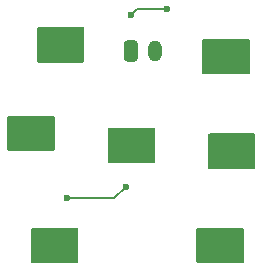
<source format=gbr>
%TF.GenerationSoftware,KiCad,Pcbnew,9.0.6*%
%TF.CreationDate,2025-11-11T17:50:26+05:30*%
%TF.ProjectId,torch_light_portion,746f7263-685f-46c6-9967-68745f706f72,rev?*%
%TF.SameCoordinates,Original*%
%TF.FileFunction,Copper,L2,Bot*%
%TF.FilePolarity,Positive*%
%FSLAX46Y46*%
G04 Gerber Fmt 4.6, Leading zero omitted, Abs format (unit mm)*
G04 Created by KiCad (PCBNEW 9.0.6) date 2025-11-11 17:50:26*
%MOMM*%
%LPD*%
G01*
G04 APERTURE LIST*
G04 Aperture macros list*
%AMRoundRect*
0 Rectangle with rounded corners*
0 $1 Rounding radius*
0 $2 $3 $4 $5 $6 $7 $8 $9 X,Y pos of 4 corners*
0 Add a 4 corners polygon primitive as box body*
4,1,4,$2,$3,$4,$5,$6,$7,$8,$9,$2,$3,0*
0 Add four circle primitives for the rounded corners*
1,1,$1+$1,$2,$3*
1,1,$1+$1,$4,$5*
1,1,$1+$1,$6,$7*
1,1,$1+$1,$8,$9*
0 Add four rect primitives between the rounded corners*
20,1,$1+$1,$2,$3,$4,$5,0*
20,1,$1+$1,$4,$5,$6,$7,0*
20,1,$1+$1,$6,$7,$8,$9,0*
20,1,$1+$1,$8,$9,$2,$3,0*%
G04 Aperture macros list end*
%TA.AperFunction,ComponentPad*%
%ADD10RoundRect,0.300000X-0.300000X-0.600000X0.300000X-0.600000X0.300000X0.600000X-0.300000X0.600000X0*%
%TD*%
%TA.AperFunction,ComponentPad*%
%ADD11O,1.200000X1.800000*%
%TD*%
%TA.AperFunction,ViaPad*%
%ADD12C,0.600000*%
%TD*%
%TA.AperFunction,Conductor*%
%ADD13C,0.200000*%
%TD*%
G04 APERTURE END LIST*
D10*
%TO.P,J1,1,Pin_1*%
%TO.N,+3.3V*%
X128500000Y-90500000D03*
D11*
%TO.P,J1,2,Pin_2*%
%TO.N,GND*%
X130500000Y-90500000D03*
%TD*%
D12*
%TO.N,Net-(D1-A)*%
X128000000Y-102000000D03*
X123000000Y-103000000D03*
%TO.N,+3.3V*%
X128500000Y-87500000D03*
X131500000Y-87000000D03*
%TD*%
D13*
%TO.N,Net-(D1-A)*%
X127000000Y-103000000D02*
X128000000Y-102000000D01*
X123000000Y-103000000D02*
X127000000Y-103000000D01*
%TO.N,+3.3V*%
X131500000Y-87000000D02*
X129000000Y-87000000D01*
X129000000Y-87000000D02*
X128500000Y-87500000D01*
%TD*%
%TA.AperFunction,NonConductor*%
G36*
X138943039Y-97519685D02*
G01*
X138988794Y-97572489D01*
X139000000Y-97624000D01*
X139000000Y-100376000D01*
X138980315Y-100443039D01*
X138927511Y-100488794D01*
X138876000Y-100500000D01*
X135124000Y-100500000D01*
X135056961Y-100480315D01*
X135011206Y-100427511D01*
X135000000Y-100376000D01*
X135000000Y-97624000D01*
X135019685Y-97556961D01*
X135072489Y-97511206D01*
X135124000Y-97500000D01*
X138876000Y-97500000D01*
X138943039Y-97519685D01*
G37*
%TD.AperFunction*%
%TA.AperFunction,NonConductor*%
G36*
X123943039Y-105519685D02*
G01*
X123988794Y-105572489D01*
X124000000Y-105624000D01*
X124000000Y-108376000D01*
X123980315Y-108443039D01*
X123927511Y-108488794D01*
X123876000Y-108500000D01*
X120124000Y-108500000D01*
X120056961Y-108480315D01*
X120011206Y-108427511D01*
X120000000Y-108376000D01*
X120000000Y-105624000D01*
X120019685Y-105556961D01*
X120072489Y-105511206D01*
X120124000Y-105500000D01*
X123876000Y-105500000D01*
X123943039Y-105519685D01*
G37*
%TD.AperFunction*%
%TA.AperFunction,NonConductor*%
G36*
X138443039Y-89519685D02*
G01*
X138488794Y-89572489D01*
X138500000Y-89624000D01*
X138500000Y-92376000D01*
X138480315Y-92443039D01*
X138427511Y-92488794D01*
X138376000Y-92500000D01*
X134624000Y-92500000D01*
X134556961Y-92480315D01*
X134511206Y-92427511D01*
X134500000Y-92376000D01*
X134500000Y-89624000D01*
X134519685Y-89556961D01*
X134572489Y-89511206D01*
X134624000Y-89500000D01*
X138376000Y-89500000D01*
X138443039Y-89519685D01*
G37*
%TD.AperFunction*%
%TA.AperFunction,NonConductor*%
G36*
X137943039Y-105519685D02*
G01*
X137988794Y-105572489D01*
X138000000Y-105624000D01*
X138000000Y-108376000D01*
X137980315Y-108443039D01*
X137927511Y-108488794D01*
X137876000Y-108500000D01*
X134124000Y-108500000D01*
X134056961Y-108480315D01*
X134011206Y-108427511D01*
X134000000Y-108376000D01*
X134000000Y-105624000D01*
X134019685Y-105556961D01*
X134072489Y-105511206D01*
X134124000Y-105500000D01*
X137876000Y-105500000D01*
X137943039Y-105519685D01*
G37*
%TD.AperFunction*%
%TA.AperFunction,NonConductor*%
G36*
X130443039Y-97019685D02*
G01*
X130488794Y-97072489D01*
X130500000Y-97124000D01*
X130500000Y-99876000D01*
X130480315Y-99943039D01*
X130427511Y-99988794D01*
X130376000Y-100000000D01*
X126624000Y-100000000D01*
X126556961Y-99980315D01*
X126511206Y-99927511D01*
X126500000Y-99876000D01*
X126500000Y-97124000D01*
X126519685Y-97056961D01*
X126572489Y-97011206D01*
X126624000Y-97000000D01*
X130376000Y-97000000D01*
X130443039Y-97019685D01*
G37*
%TD.AperFunction*%
%TA.AperFunction,NonConductor*%
G36*
X124443039Y-88519685D02*
G01*
X124488794Y-88572489D01*
X124500000Y-88624000D01*
X124500000Y-91376000D01*
X124480315Y-91443039D01*
X124427511Y-91488794D01*
X124376000Y-91500000D01*
X120624000Y-91500000D01*
X120556961Y-91480315D01*
X120511206Y-91427511D01*
X120500000Y-91376000D01*
X120500000Y-88624000D01*
X120519685Y-88556961D01*
X120572489Y-88511206D01*
X120624000Y-88500000D01*
X124376000Y-88500000D01*
X124443039Y-88519685D01*
G37*
%TD.AperFunction*%
%TA.AperFunction,NonConductor*%
G36*
X121943039Y-96019685D02*
G01*
X121988794Y-96072489D01*
X122000000Y-96124000D01*
X122000000Y-98876000D01*
X121980315Y-98943039D01*
X121927511Y-98988794D01*
X121876000Y-99000000D01*
X118124000Y-99000000D01*
X118056961Y-98980315D01*
X118011206Y-98927511D01*
X118000000Y-98876000D01*
X118000000Y-96124000D01*
X118019685Y-96056961D01*
X118072489Y-96011206D01*
X118124000Y-96000000D01*
X121876000Y-96000000D01*
X121943039Y-96019685D01*
G37*
%TD.AperFunction*%
M02*

</source>
